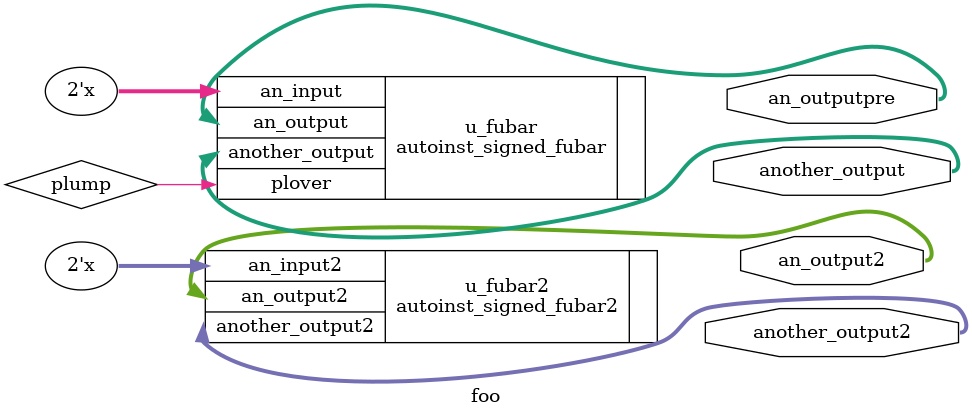
<source format=v>
module foo
  (/*AUTOARG*/
   // Outputs
   another_output2, another_output, an_outputpre, an_output2
   );

   /*AUTOOUTPUTEVERY*/
   // Beginning of automatic outputs (every signal)
   output [1:0]		an_output2;		// From u_fubar2 of autoinst_signed_fubar2.v
   output signed [1:0]	an_outputpre;		// From u_fubar of autoinst_signed_fubar.v
   output signed [1:0]	another_output;		// From u_fubar of autoinst_signed_fubar.v
   output [1:0]		another_output2;	// From u_fubar2 of autoinst_signed_fubar2.v
   // End of automatics

   /*AUTOWIRE*/
   // Beginning of automatic wires (for undeclared instantiated-module outputs)
   wire [1:0]		an_output2;		// From u_fubar2 of autoinst_signed_fubar2.v
   wire signed [1:0]	an_outputpre;		// From u_fubar of autoinst_signed_fubar.v
   wire signed [1:0]	another_output;		// From u_fubar of autoinst_signed_fubar.v
   wire [1:0]		another_output2;	// From u_fubar2 of autoinst_signed_fubar2.v
   // End of automatics

   autoinst_signed_fubar u_fubar
     (
      // Outputs
      .an_output			(an_outputpre[1:0]),
      .plover (plump),
      /*AUTOINST*/
      // Outputs
      .another_output			(another_output[1:0]),
      // Inputs
      .an_input				(an_input[1:0]));

   autoinst_signed_fubar2 u_fubar2
     (
      /*AUTOINST*/
      // Outputs
      .an_output2			(an_output2[1:0]),
      .another_output2			(another_output2[1:0]),
      // Inputs
      .an_input2			(an_input2[1:0]));

endmodule

</source>
